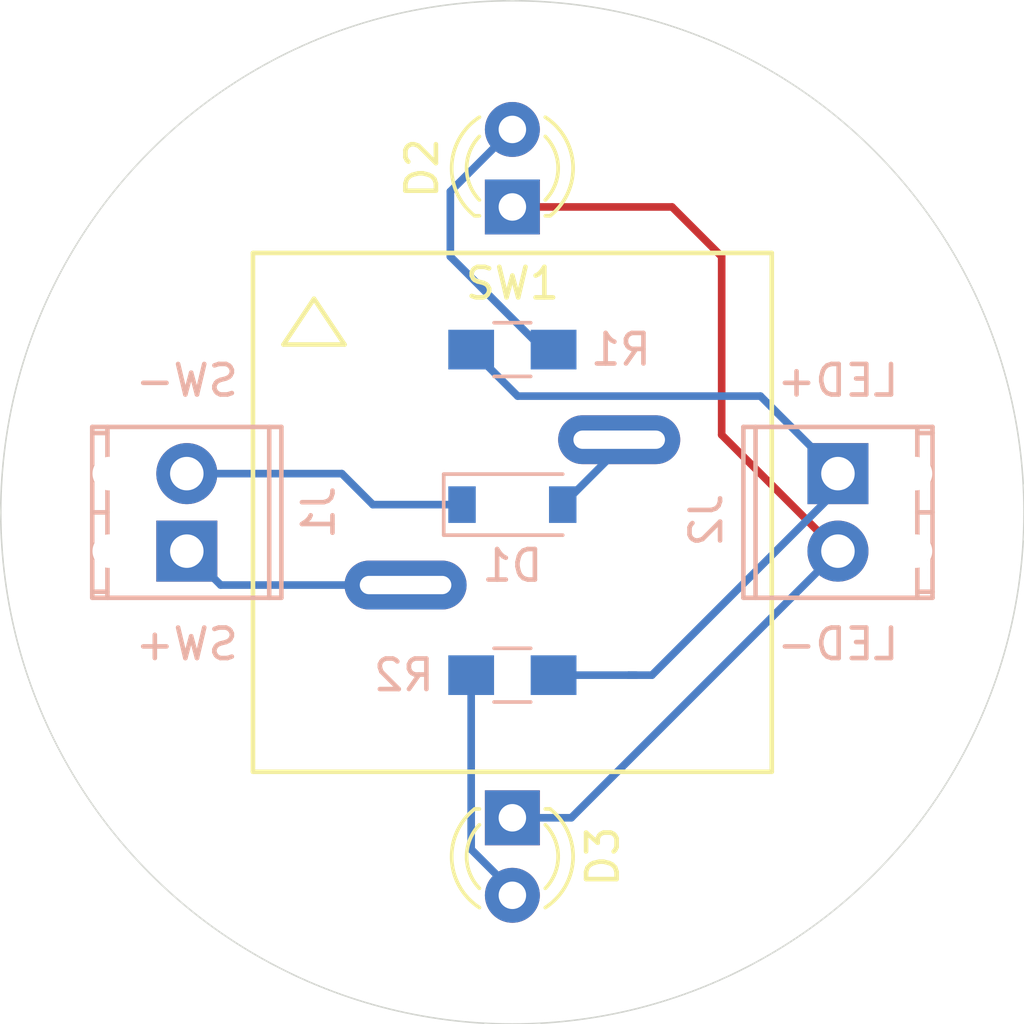
<source format=kicad_pcb>
(kicad_pcb (version 20171130) (host pcbnew "(5.1.10)-1")

  (general
    (thickness 1.6)
    (drawings 5)
    (tracks 29)
    (zones 0)
    (modules 8)
    (nets 8)
  )

  (page A4)
  (layers
    (0 F.Cu signal)
    (31 B.Cu signal)
    (32 B.Adhes user)
    (33 F.Adhes user)
    (34 B.Paste user)
    (35 F.Paste user)
    (36 B.SilkS user)
    (37 F.SilkS user)
    (38 B.Mask user)
    (39 F.Mask user)
    (40 Dwgs.User user)
    (41 Cmts.User user)
    (42 Eco1.User user)
    (43 Eco2.User user)
    (44 Edge.Cuts user)
    (45 Margin user)
    (46 B.CrtYd user)
    (47 F.CrtYd user)
    (48 B.Fab user)
    (49 F.Fab user)
  )

  (setup
    (last_trace_width 0.25)
    (trace_clearance 0.2)
    (zone_clearance 0.508)
    (zone_45_only no)
    (trace_min 0.2)
    (via_size 0.8)
    (via_drill 0.4)
    (via_min_size 0.4)
    (via_min_drill 0.3)
    (uvia_size 0.3)
    (uvia_drill 0.1)
    (uvias_allowed no)
    (uvia_min_size 0.2)
    (uvia_min_drill 0.1)
    (edge_width 0.05)
    (segment_width 0.2)
    (pcb_text_width 0.3)
    (pcb_text_size 1.5 1.5)
    (mod_edge_width 0.12)
    (mod_text_size 1 1)
    (mod_text_width 0.15)
    (pad_size 1.524 1.524)
    (pad_drill 0.762)
    (pad_to_mask_clearance 0)
    (aux_axis_origin 0 0)
    (visible_elements 7FFFFFFF)
    (pcbplotparams
      (layerselection 0x010fc_ffffffff)
      (usegerberextensions false)
      (usegerberattributes true)
      (usegerberadvancedattributes true)
      (creategerberjobfile true)
      (excludeedgelayer true)
      (linewidth 0.100000)
      (plotframeref false)
      (viasonmask false)
      (mode 1)
      (useauxorigin false)
      (hpglpennumber 1)
      (hpglpenspeed 20)
      (hpglpendiameter 15.000000)
      (psnegative false)
      (psa4output false)
      (plotreference true)
      (plotvalue true)
      (plotinvisibletext false)
      (padsonsilk false)
      (subtractmaskfromsilk false)
      (outputformat 1)
      (mirror false)
      (drillshape 1)
      (scaleselection 1)
      (outputdirectory ""))
  )

  (net 0 "")
  (net 1 /COL_OUT)
  (net 2 "Net-(D1-Pad2)")
  (net 3 /LED_K)
  (net 4 "Net-(D2-Pad2)")
  (net 5 "Net-(D3-Pad2)")
  (net 6 /ROW_IN)
  (net 7 /LED_A)

  (net_class Default "This is the default net class."
    (clearance 0.2)
    (trace_width 0.25)
    (via_dia 0.8)
    (via_drill 0.4)
    (uvia_dia 0.3)
    (uvia_drill 0.1)
    (add_net /COL_OUT)
    (add_net /LED_A)
    (add_net /LED_K)
    (add_net /ROW_IN)
    (add_net "Net-(D1-Pad2)")
    (add_net "Net-(D2-Pad2)")
    (add_net "Net-(D3-Pad2)")
  )

  (module TerminalBlocks_Phoenix:TerminalBlock_Phoenix_MPT-2.54mm_2pol (layer B.Cu) (tedit 59FF0755) (tstamp 60E34C2D)
    (at 128.524 87.63 270)
    (descr "2-way 2.54mm pitch terminal block, Phoenix MPT series")
    (path /60E548D2)
    (fp_text reference J2 (at 1.524 4.318 270) (layer B.SilkS)
      (effects (font (size 1 1) (thickness 0.15)) (justify mirror))
    )
    (fp_text value "LED Terminal" (at 1.27 -4.50088 270) (layer B.Fab) hide
      (effects (font (size 1 1) (thickness 0.15)) (justify mirror))
    )
    (fp_line (start -1.52908 3.0988) (end -1.52908 -3.0988) (layer B.SilkS) (width 0.15))
    (fp_line (start 4.06908 3.0988) (end -1.52908 3.0988) (layer B.SilkS) (width 0.15))
    (fp_line (start 4.06908 -3.0988) (end 4.06908 3.0988) (layer B.SilkS) (width 0.15))
    (fp_line (start -1.52908 -3.0988) (end 4.06908 -3.0988) (layer B.SilkS) (width 0.15))
    (fp_line (start -1.52908 2.70002) (end 4.06908 2.70002) (layer B.SilkS) (width 0.15))
    (fp_line (start 1.27 -3.0988) (end 1.27 -2.60096) (layer B.SilkS) (width 0.15))
    (fp_line (start 3.87096 -2.60096) (end 3.87096 -3.0988) (layer B.SilkS) (width 0.15))
    (fp_line (start -1.33096 -3.0988) (end -1.33096 -2.60096) (layer B.SilkS) (width 0.15))
    (fp_line (start 4.06908 -2.60096) (end -1.52908 -2.60096) (layer B.SilkS) (width 0.15))
    (fp_line (start 4.3 3.3) (end 4.3 -3.3) (layer B.CrtYd) (width 0.05))
    (fp_line (start 4.3 -3.3) (end -1.7 -3.3) (layer B.CrtYd) (width 0.05))
    (fp_line (start -1.7 -3.3) (end -1.7 3.3) (layer B.CrtYd) (width 0.05))
    (fp_line (start -1.7 3.3) (end 4.3 3.3) (layer B.CrtYd) (width 0.05))
    (fp_text user %R (at 1.27 -1.045 270) (layer B.Fab) hide
      (effects (font (size 1 1) (thickness 0.15)) (justify mirror))
    )
    (pad 2 thru_hole oval (at 2.54 0 270) (size 1.99898 1.99898) (drill 1.09728) (layers *.Cu *.Mask)
      (net 3 /LED_K))
    (pad 1 thru_hole rect (at 0 0 270) (size 1.99898 1.99898) (drill 1.09728) (layers *.Cu *.Mask)
      (net 7 /LED_A))
    (pad "" np_thru_hole circle (at 0 -2.54 270) (size 1.1 1.1) (drill 1.1) (layers *.Cu *.Mask))
    (pad "" np_thru_hole circle (at 2.54 -2.54 270) (size 1.1 1.1) (drill 1.1) (layers *.Cu *.Mask))
    (model ${KISYS3DMOD}/TerminalBlock_Phoenix.3dshapes/TerminalBlock_Phoenix_MPT-2.54mm_2pol.wrl
      (offset (xyz 1.269999980926514 0 0))
      (scale (xyz 1 1 1))
      (rotate (xyz 0 0 0))
    )
  )

  (module button_mount:CROWN-SDB-201C (layer F.Cu) (tedit 60E32737) (tstamp 60E36345)
    (at 117.856 88.9)
    (path /60E3338B)
    (fp_text reference SW1 (at 0 -7.5) (layer F.SilkS)
      (effects (font (size 1 1) (thickness 0.15)))
    )
    (fp_text value CROWN-SDB-201C (at 0 7.5) (layer F.Fab)
      (effects (font (size 1 1) (thickness 0.15)))
    )
    (fp_line (start -8.5 -8.5) (end 8.5 -8.5) (layer F.SilkS) (width 0.15))
    (fp_line (start 8.5 -8.5) (end 8.5 8.5) (layer F.SilkS) (width 0.15))
    (fp_line (start 8.5 8.5) (end -8.5 8.5) (layer F.SilkS) (width 0.15))
    (fp_line (start -8.5 8.5) (end -8.5 -8.5) (layer F.SilkS) (width 0.15))
    (fp_circle (center 0 0) (end 15 0) (layer Dwgs.User) (width 0.15))
    (fp_line (start -6.5 -7) (end -7.5 -5.5) (layer F.SilkS) (width 0.15))
    (fp_line (start -7.5 -5.5) (end -5.5 -5.5) (layer F.SilkS) (width 0.15))
    (fp_line (start -5.5 -5.5) (end -6.5 -7) (layer F.SilkS) (width 0.15))
    (fp_circle (center 0 -10) (end 0.5 -10) (layer F.Fab) (width 0.12))
    (fp_circle (center 0 -12.54) (end 0.5 -12.54) (layer F.Fab) (width 0.12))
    (fp_line (start -0.5 -11.75) (end 0 -10.75) (layer F.Fab) (width 0.12))
    (fp_line (start 0 -10.75) (end 0.5 -11.75) (layer F.Fab) (width 0.12))
    (fp_line (start 0.5 -11.75) (end -0.5 -11.75) (layer F.Fab) (width 0.12))
    (fp_line (start -0.5 -10.75) (end 0.5 -10.75) (layer F.Fab) (width 0.12))
    (fp_line (start 0 -11.75) (end 0 -12.54) (layer F.Fab) (width 0.12))
    (fp_line (start 0 -10.75) (end 0 -10) (layer F.Fab) (width 0.12))
    (fp_circle (center 0 10) (end -0.5 10) (layer F.Fab) (width 0.12))
    (fp_circle (center 0 12.54) (end -0.5 12.54) (layer F.Fab) (width 0.12))
    (fp_line (start 0.5 11.75) (end 0 10.75) (layer F.Fab) (width 0.12))
    (fp_line (start 0 10.75) (end -0.5 11.75) (layer F.Fab) (width 0.12))
    (fp_line (start 0.5 10.75) (end -0.5 10.75) (layer F.Fab) (width 0.12))
    (fp_line (start -0.5 11.75) (end 0.5 11.75) (layer F.Fab) (width 0.12))
    (fp_line (start 0 10.75) (end 0 10) (layer F.Fab) (width 0.12))
    (fp_line (start 0 11.75) (end 0 12.54) (layer F.Fab) (width 0.12))
    (pad 2 thru_hole oval (at -3.5 2.38125) (size 4 1.6) (drill oval 3 0.6) (layers *.Cu *.Mask)
      (net 6 /ROW_IN))
    (pad 1 thru_hole oval (at 3.5 -2.38125) (size 4 1.6) (drill oval 3 0.6) (layers *.Cu *.Mask)
      (net 2 "Net-(D1-Pad2)"))
  )

  (module Resistors_SMD:R_0805_HandSoldering (layer B.Cu) (tedit 58E0A804) (tstamp 60E34C33)
    (at 117.856 94.234 180)
    (descr "Resistor SMD 0805, hand soldering")
    (tags "resistor 0805")
    (path /60E3E672)
    (attr smd)
    (fp_text reference R2 (at 3.556 0) (layer B.SilkS)
      (effects (font (size 1 1) (thickness 0.15)) (justify mirror))
    )
    (fp_text value R_US (at 0 -1.75) (layer B.Fab) hide
      (effects (font (size 1 1) (thickness 0.15)) (justify mirror))
    )
    (fp_line (start 2.35 -0.9) (end -2.35 -0.9) (layer B.CrtYd) (width 0.05))
    (fp_line (start 2.35 -0.9) (end 2.35 0.9) (layer B.CrtYd) (width 0.05))
    (fp_line (start -2.35 0.9) (end -2.35 -0.9) (layer B.CrtYd) (width 0.05))
    (fp_line (start -2.35 0.9) (end 2.35 0.9) (layer B.CrtYd) (width 0.05))
    (fp_line (start -0.6 0.88) (end 0.6 0.88) (layer B.SilkS) (width 0.12))
    (fp_line (start 0.6 -0.88) (end -0.6 -0.88) (layer B.SilkS) (width 0.12))
    (fp_line (start -1 0.62) (end 1 0.62) (layer B.Fab) (width 0.1))
    (fp_line (start 1 0.62) (end 1 -0.62) (layer B.Fab) (width 0.1))
    (fp_line (start 1 -0.62) (end -1 -0.62) (layer B.Fab) (width 0.1))
    (fp_line (start -1 -0.62) (end -1 0.62) (layer B.Fab) (width 0.1))
    (fp_text user %R (at 0 0) (layer B.Fab)
      (effects (font (size 0.5 0.5) (thickness 0.075)) (justify mirror))
    )
    (pad 1 smd rect (at -1.35 0 180) (size 1.5 1.3) (layers B.Cu B.Paste B.Mask)
      (net 7 /LED_A))
    (pad 2 smd rect (at 1.35 0 180) (size 1.5 1.3) (layers B.Cu B.Paste B.Mask)
      (net 5 "Net-(D3-Pad2)"))
    (model ${KISYS3DMOD}/Resistors_SMD.3dshapes/R_0805.wrl
      (at (xyz 0 0 0))
      (scale (xyz 1 1 1))
      (rotate (xyz 0 0 0))
    )
  )

  (module Resistors_SMD:R_0805_HandSoldering (layer B.Cu) (tedit 58E0A804) (tstamp 60E34C30)
    (at 117.856 83.566)
    (descr "Resistor SMD 0805, hand soldering")
    (tags "resistor 0805")
    (path /60E3C69F)
    (attr smd)
    (fp_text reference R1 (at 3.556 0) (layer B.SilkS)
      (effects (font (size 1 1) (thickness 0.15)) (justify mirror))
    )
    (fp_text value R_US (at 0 -1.75) (layer B.Fab) hide
      (effects (font (size 1 1) (thickness 0.15)) (justify mirror))
    )
    (fp_line (start 2.35 -0.9) (end -2.35 -0.9) (layer B.CrtYd) (width 0.05))
    (fp_line (start 2.35 -0.9) (end 2.35 0.9) (layer B.CrtYd) (width 0.05))
    (fp_line (start -2.35 0.9) (end -2.35 -0.9) (layer B.CrtYd) (width 0.05))
    (fp_line (start -2.35 0.9) (end 2.35 0.9) (layer B.CrtYd) (width 0.05))
    (fp_line (start -0.6 0.88) (end 0.6 0.88) (layer B.SilkS) (width 0.12))
    (fp_line (start 0.6 -0.88) (end -0.6 -0.88) (layer B.SilkS) (width 0.12))
    (fp_line (start -1 0.62) (end 1 0.62) (layer B.Fab) (width 0.1))
    (fp_line (start 1 0.62) (end 1 -0.62) (layer B.Fab) (width 0.1))
    (fp_line (start 1 -0.62) (end -1 -0.62) (layer B.Fab) (width 0.1))
    (fp_line (start -1 -0.62) (end -1 0.62) (layer B.Fab) (width 0.1))
    (fp_text user %R (at 0 0) (layer B.Fab)
      (effects (font (size 0.5 0.5) (thickness 0.075)) (justify mirror))
    )
    (pad 1 smd rect (at -1.35 0) (size 1.5 1.3) (layers B.Cu B.Paste B.Mask)
      (net 7 /LED_A))
    (pad 2 smd rect (at 1.35 0) (size 1.5 1.3) (layers B.Cu B.Paste B.Mask)
      (net 4 "Net-(D2-Pad2)"))
    (model ${KISYS3DMOD}/Resistors_SMD.3dshapes/R_0805.wrl
      (at (xyz 0 0 0))
      (scale (xyz 1 1 1))
      (rotate (xyz 0 0 0))
    )
  )

  (module TerminalBlocks_Phoenix:TerminalBlock_Phoenix_MPT-2.54mm_2pol (layer B.Cu) (tedit 59FF0755) (tstamp 60E34C2A)
    (at 107.188 90.17 90)
    (descr "2-way 2.54mm pitch terminal block, Phoenix MPT series")
    (path /60E60A26)
    (fp_text reference J1 (at 1.27 4.318 270) (layer B.SilkS)
      (effects (font (size 1 1) (thickness 0.15)) (justify mirror))
    )
    (fp_text value "SW Terminal" (at 1.27 -4.50088 270) (layer B.Fab) hide
      (effects (font (size 1 1) (thickness 0.15)) (justify mirror))
    )
    (fp_line (start -1.52908 3.0988) (end -1.52908 -3.0988) (layer B.SilkS) (width 0.15))
    (fp_line (start 4.06908 3.0988) (end -1.52908 3.0988) (layer B.SilkS) (width 0.15))
    (fp_line (start 4.06908 -3.0988) (end 4.06908 3.0988) (layer B.SilkS) (width 0.15))
    (fp_line (start -1.52908 -3.0988) (end 4.06908 -3.0988) (layer B.SilkS) (width 0.15))
    (fp_line (start -1.52908 2.70002) (end 4.06908 2.70002) (layer B.SilkS) (width 0.15))
    (fp_line (start 1.27 -3.0988) (end 1.27 -2.60096) (layer B.SilkS) (width 0.15))
    (fp_line (start 3.87096 -2.60096) (end 3.87096 -3.0988) (layer B.SilkS) (width 0.15))
    (fp_line (start -1.33096 -3.0988) (end -1.33096 -2.60096) (layer B.SilkS) (width 0.15))
    (fp_line (start 4.06908 -2.60096) (end -1.52908 -2.60096) (layer B.SilkS) (width 0.15))
    (fp_line (start 4.3 3.3) (end 4.3 -3.3) (layer B.CrtYd) (width 0.05))
    (fp_line (start 4.3 -3.3) (end -1.7 -3.3) (layer B.CrtYd) (width 0.05))
    (fp_line (start -1.7 -3.3) (end -1.7 3.3) (layer B.CrtYd) (width 0.05))
    (fp_line (start -1.7 3.3) (end 4.3 3.3) (layer B.CrtYd) (width 0.05))
    (fp_text user %R (at 1.27 -1.045 270) (layer B.Fab) hide
      (effects (font (size 1 1) (thickness 0.15)) (justify mirror))
    )
    (pad 2 thru_hole oval (at 2.54 0 90) (size 1.99898 1.99898) (drill 1.09728) (layers *.Cu *.Mask)
      (net 1 /COL_OUT))
    (pad 1 thru_hole rect (at 0 0 90) (size 1.99898 1.99898) (drill 1.09728) (layers *.Cu *.Mask)
      (net 6 /ROW_IN))
    (pad "" np_thru_hole circle (at 0 -2.54 90) (size 1.1 1.1) (drill 1.1) (layers *.Cu *.Mask))
    (pad "" np_thru_hole circle (at 2.54 -2.54 90) (size 1.1 1.1) (drill 1.1) (layers *.Cu *.Mask))
    (model ${KISYS3DMOD}/TerminalBlock_Phoenix.3dshapes/TerminalBlock_Phoenix_MPT-2.54mm_2pol.wrl
      (offset (xyz 1.269999980926514 0 0))
      (scale (xyz 1 1 1))
      (rotate (xyz 0 0 0))
    )
  )

  (module LEDs:LED_D3.0mm (layer F.Cu) (tedit 587A3A7B) (tstamp 60E34C27)
    (at 117.856 98.9076 270)
    (descr "LED, diameter 3.0mm, 2 pins")
    (tags "LED diameter 3.0mm 2 pins")
    (path /60E3905C)
    (fp_text reference D3 (at 1.27 -2.96 90) (layer F.SilkS)
      (effects (font (size 1 1) (thickness 0.15)))
    )
    (fp_text value LED (at 1.27 2.96 90) (layer F.Fab) hide
      (effects (font (size 1 1) (thickness 0.15)))
    )
    (fp_line (start 3.7 -2.25) (end -1.15 -2.25) (layer F.CrtYd) (width 0.05))
    (fp_line (start 3.7 2.25) (end 3.7 -2.25) (layer F.CrtYd) (width 0.05))
    (fp_line (start -1.15 2.25) (end 3.7 2.25) (layer F.CrtYd) (width 0.05))
    (fp_line (start -1.15 -2.25) (end -1.15 2.25) (layer F.CrtYd) (width 0.05))
    (fp_line (start -0.29 1.08) (end -0.29 1.236) (layer F.SilkS) (width 0.12))
    (fp_line (start -0.29 -1.236) (end -0.29 -1.08) (layer F.SilkS) (width 0.12))
    (fp_line (start -0.23 -1.16619) (end -0.23 1.16619) (layer F.Fab) (width 0.1))
    (fp_circle (center 1.27 0) (end 2.77 0) (layer F.Fab) (width 0.1))
    (fp_arc (start 1.27 0) (end -0.23 -1.16619) (angle 284.3) (layer F.Fab) (width 0.1))
    (fp_arc (start 1.27 0) (end -0.29 -1.235516) (angle 108.8) (layer F.SilkS) (width 0.12))
    (fp_arc (start 1.27 0) (end -0.29 1.235516) (angle -108.8) (layer F.SilkS) (width 0.12))
    (fp_arc (start 1.27 0) (end 0.229039 -1.08) (angle 87.9) (layer F.SilkS) (width 0.12))
    (fp_arc (start 1.27 0) (end 0.229039 1.08) (angle -87.9) (layer F.SilkS) (width 0.12))
    (pad 1 thru_hole rect (at 0 0 270) (size 1.8 1.8) (drill 0.9) (layers *.Cu *.Mask)
      (net 3 /LED_K))
    (pad 2 thru_hole circle (at 2.54 0 270) (size 1.8 1.8) (drill 0.9) (layers *.Cu *.Mask)
      (net 5 "Net-(D3-Pad2)"))
    (model ${KISYS3DMOD}/LEDs.3dshapes/LED_D3.0mm.wrl
      (at (xyz 0 0 0))
      (scale (xyz 0.393701 0.393701 0.393701))
      (rotate (xyz 0 0 0))
    )
  )

  (module LEDs:LED_D3.0mm (layer F.Cu) (tedit 587A3A7B) (tstamp 60E34C24)
    (at 117.856 78.8924 90)
    (descr "LED, diameter 3.0mm, 2 pins")
    (tags "LED diameter 3.0mm 2 pins")
    (path /60E33F2A)
    (fp_text reference D2 (at 1.27 -2.96 90) (layer F.SilkS)
      (effects (font (size 1 1) (thickness 0.15)))
    )
    (fp_text value LED (at 1.27 2.96 90) (layer F.Fab) hide
      (effects (font (size 1 1) (thickness 0.15)))
    )
    (fp_line (start 3.7 -2.25) (end -1.15 -2.25) (layer F.CrtYd) (width 0.05))
    (fp_line (start 3.7 2.25) (end 3.7 -2.25) (layer F.CrtYd) (width 0.05))
    (fp_line (start -1.15 2.25) (end 3.7 2.25) (layer F.CrtYd) (width 0.05))
    (fp_line (start -1.15 -2.25) (end -1.15 2.25) (layer F.CrtYd) (width 0.05))
    (fp_line (start -0.29 1.08) (end -0.29 1.236) (layer F.SilkS) (width 0.12))
    (fp_line (start -0.29 -1.236) (end -0.29 -1.08) (layer F.SilkS) (width 0.12))
    (fp_line (start -0.23 -1.16619) (end -0.23 1.16619) (layer F.Fab) (width 0.1))
    (fp_circle (center 1.27 0) (end 2.77 0) (layer F.Fab) (width 0.1))
    (fp_arc (start 1.27 0) (end -0.23 -1.16619) (angle 284.3) (layer F.Fab) (width 0.1))
    (fp_arc (start 1.27 0) (end -0.29 -1.235516) (angle 108.8) (layer F.SilkS) (width 0.12))
    (fp_arc (start 1.27 0) (end -0.29 1.235516) (angle -108.8) (layer F.SilkS) (width 0.12))
    (fp_arc (start 1.27 0) (end 0.229039 -1.08) (angle 87.9) (layer F.SilkS) (width 0.12))
    (fp_arc (start 1.27 0) (end 0.229039 1.08) (angle -87.9) (layer F.SilkS) (width 0.12))
    (pad 1 thru_hole rect (at 0 0 90) (size 1.8 1.8) (drill 0.9) (layers *.Cu *.Mask)
      (net 3 /LED_K))
    (pad 2 thru_hole circle (at 2.54 0 90) (size 1.8 1.8) (drill 0.9) (layers *.Cu *.Mask)
      (net 4 "Net-(D2-Pad2)"))
    (model ${KISYS3DMOD}/LEDs.3dshapes/LED_D3.0mm.wrl
      (at (xyz 0 0 0))
      (scale (xyz 0.393701 0.393701 0.393701))
      (rotate (xyz 0 0 0))
    )
  )

  (module Diodes_SMD:D_SOD-123 (layer B.Cu) (tedit 58645DC7) (tstamp 60E34C21)
    (at 117.856 88.646)
    (descr SOD-123)
    (tags SOD-123)
    (path /60E45911)
    (attr smd)
    (fp_text reference D1 (at 0 2) (layer B.SilkS)
      (effects (font (size 1 1) (thickness 0.15)) (justify mirror))
    )
    (fp_text value 1N4148 (at 0 -2.1) (layer B.Fab)
      (effects (font (size 1 1) (thickness 0.15)) (justify mirror))
    )
    (fp_line (start -2.25 1) (end 1.65 1) (layer B.SilkS) (width 0.12))
    (fp_line (start -2.25 -1) (end 1.65 -1) (layer B.SilkS) (width 0.12))
    (fp_line (start -2.35 1.15) (end -2.35 -1.15) (layer B.CrtYd) (width 0.05))
    (fp_line (start 2.35 -1.15) (end -2.35 -1.15) (layer B.CrtYd) (width 0.05))
    (fp_line (start 2.35 1.15) (end 2.35 -1.15) (layer B.CrtYd) (width 0.05))
    (fp_line (start -2.35 1.15) (end 2.35 1.15) (layer B.CrtYd) (width 0.05))
    (fp_line (start -1.4 0.9) (end 1.4 0.9) (layer B.Fab) (width 0.1))
    (fp_line (start 1.4 0.9) (end 1.4 -0.9) (layer B.Fab) (width 0.1))
    (fp_line (start 1.4 -0.9) (end -1.4 -0.9) (layer B.Fab) (width 0.1))
    (fp_line (start -1.4 -0.9) (end -1.4 0.9) (layer B.Fab) (width 0.1))
    (fp_line (start -0.75 0) (end -0.35 0) (layer B.Fab) (width 0.1))
    (fp_line (start -0.35 0) (end -0.35 0.55) (layer B.Fab) (width 0.1))
    (fp_line (start -0.35 0) (end -0.35 -0.55) (layer B.Fab) (width 0.1))
    (fp_line (start -0.35 0) (end 0.25 0.4) (layer B.Fab) (width 0.1))
    (fp_line (start 0.25 0.4) (end 0.25 -0.4) (layer B.Fab) (width 0.1))
    (fp_line (start 0.25 -0.4) (end -0.35 0) (layer B.Fab) (width 0.1))
    (fp_line (start 0.25 0) (end 0.75 0) (layer B.Fab) (width 0.1))
    (fp_line (start -2.25 1) (end -2.25 -1) (layer B.SilkS) (width 0.12))
    (fp_text user %R (at 0 2) (layer B.Fab)
      (effects (font (size 1 1) (thickness 0.15)) (justify mirror))
    )
    (pad 1 smd rect (at -1.65 0) (size 0.9 1.2) (layers B.Cu B.Paste B.Mask)
      (net 1 /COL_OUT))
    (pad 2 smd rect (at 1.65 0) (size 0.9 1.2) (layers B.Cu B.Paste B.Mask)
      (net 2 "Net-(D1-Pad2)"))
    (model ${KISYS3DMOD}/Diodes_SMD.3dshapes/D_SOD-123.wrl
      (at (xyz 0 0 0))
      (scale (xyz 1 1 1))
      (rotate (xyz 0 0 0))
    )
  )

  (gr_circle (center 117.856 88.9) (end 134.62 88.9) (layer Edge.Cuts) (width 0.05))
  (gr_text LED- (at 128.524 93.218) (layer B.SilkS)
    (effects (font (size 1 1) (thickness 0.15)) (justify mirror))
  )
  (gr_text LED+ (at 128.524 84.582) (layer B.SilkS)
    (effects (font (size 1 1) (thickness 0.15)) (justify mirror))
  )
  (gr_text SW- (at 107.188 84.582) (layer B.SilkS)
    (effects (font (size 1 1) (thickness 0.15)) (justify mirror))
  )
  (gr_text SW+ (at 107.188 93.218) (layer B.SilkS)
    (effects (font (size 1 1) (thickness 0.15)) (justify mirror))
  )

  (segment (start 113.284 88.646) (end 116.206 88.646) (width 0.25) (layer B.Cu) (net 1))
  (segment (start 112.268 87.63) (end 113.284 88.646) (width 0.25) (layer B.Cu) (net 1))
  (segment (start 107.188 87.63) (end 112.268 87.63) (width 0.25) (layer B.Cu) (net 1))
  (segment (start 121.356 86.796) (end 119.506 88.646) (width 0.25) (layer B.Cu) (net 2))
  (segment (start 121.356 86.51875) (end 121.356 86.796) (width 0.25) (layer B.Cu) (net 2))
  (segment (start 119.7864 98.9076) (end 117.856 98.9076) (width 0.25) (layer B.Cu) (net 3))
  (segment (start 128.524 90.17) (end 119.7864 98.9076) (width 0.25) (layer B.Cu) (net 3))
  (segment (start 124.714 80.518) (end 123.0884 78.8924) (width 0.25) (layer F.Cu) (net 3))
  (segment (start 124.714 86.36) (end 124.714 80.518) (width 0.25) (layer F.Cu) (net 3))
  (segment (start 128.524 90.17) (end 124.714 86.36) (width 0.25) (layer F.Cu) (net 3))
  (segment (start 117.856 78.8924) (end 123.0884 78.8924) (width 0.25) (layer F.Cu) (net 3))
  (segment (start 115.824 78.3844) (end 117.856 76.3524) (width 0.25) (layer B.Cu) (net 4))
  (segment (start 115.824 80.518) (end 115.824 78.3844) (width 0.25) (layer B.Cu) (net 4))
  (segment (start 118.872 83.566) (end 115.824 80.518) (width 0.25) (layer B.Cu) (net 4))
  (segment (start 119.206 83.566) (end 118.872 83.566) (width 0.25) (layer B.Cu) (net 4))
  (segment (start 117.856 101.292602) (end 117.856 101.4476) (width 0.25) (layer B.Cu) (net 5))
  (segment (start 116.506 99.942602) (end 117.856 101.292602) (width 0.25) (layer B.Cu) (net 5))
  (segment (start 116.506 94.234) (end 116.506 99.942602) (width 0.25) (layer B.Cu) (net 5))
  (segment (start 108.29925 91.28125) (end 107.188 90.17) (width 0.25) (layer B.Cu) (net 6))
  (segment (start 114.356 91.28125) (end 108.29925 91.28125) (width 0.25) (layer B.Cu) (net 6))
  (segment (start 116.506 83.566) (end 118.03 85.09) (width 0.25) (layer B.Cu) (net 7))
  (segment (start 128.27 87.63) (end 128.524 87.63) (width 0.25) (layer B.Cu) (net 7))
  (segment (start 125.984 85.09) (end 128.524 87.63) (width 0.25) (layer B.Cu) (net 7))
  (segment (start 118.03 85.09) (end 125.984 85.09) (width 0.25) (layer B.Cu) (net 7))
  (segment (start 128.524 87.63) (end 128.524 88.138) (width 0.25) (layer B.Cu) (net 7))
  (segment (start 122.428 94.234) (end 121.666 94.234) (width 0.25) (layer B.Cu) (net 7))
  (segment (start 128.524 88.138) (end 122.428 94.234) (width 0.25) (layer B.Cu) (net 7))
  (segment (start 121.666 94.234) (end 121.92 94.234) (width 0.25) (layer B.Cu) (net 7))
  (segment (start 119.206 94.234) (end 121.666 94.234) (width 0.25) (layer B.Cu) (net 7))

)

</source>
